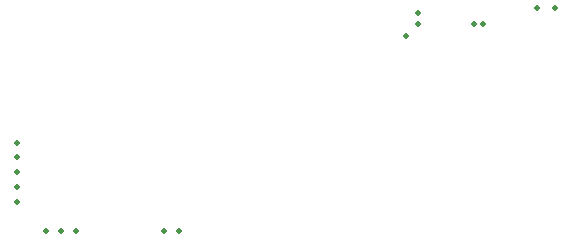
<source format=gbr>
%TF.GenerationSoftware,KiCad,Pcbnew,8.0.0~rc1-42d8c85f12~176~ubuntu22.04.1*%
%TF.CreationDate,2024-01-16T22:26:44+10:00*%
%TF.ProjectId,MXBreakout,4d584272-6561-46b6-9f75-742e6b696361,rev?*%
%TF.SameCoordinates,Original*%
%TF.FileFunction,Soldermask,Bot*%
%TF.FilePolarity,Negative*%
%FSLAX46Y46*%
G04 Gerber Fmt 4.6, Leading zero omitted, Abs format (unit mm)*
G04 Created by KiCad (PCBNEW 8.0.0~rc1-42d8c85f12~176~ubuntu22.04.1) date 2024-01-16 22:26:44*
%MOMM*%
%LPD*%
G01*
G04 APERTURE LIST*
%ADD10C,0.500000*%
G04 APERTURE END LIST*
D10*
%TO.C,REF\u002A\u002A*%
X95000000Y-102500000D03*
%TD*%
%TO.C,TP4*%
X124000000Y-84975000D03*
%TD*%
%TO.C,REF\u002A\u002A*%
X90000000Y-98750000D03*
%TD*%
%TO.C,TP3*%
X134100000Y-83600000D03*
%TD*%
%TO.C,TP11*%
X124000000Y-84000000D03*
%TD*%
%TO.C,TP3*%
X135600000Y-83600000D03*
%TD*%
%TO.C,REF\u002A\u002A*%
X90000000Y-97500000D03*
%TD*%
%TO.C,REF\u002A\u002A*%
X90000000Y-96250000D03*
%TD*%
%TO.C,REF\u002A\u002A*%
X92500000Y-102500000D03*
%TD*%
%TO.C,REF\u002A\u002A*%
X93750000Y-102500000D03*
%TD*%
%TO.C,REF\u002A\u002A*%
X103750000Y-102500000D03*
%TD*%
%TO.C,TP6*%
X128750000Y-84975000D03*
%TD*%
%TO.C,REF\u002A\u002A*%
X90000000Y-100000000D03*
%TD*%
%TO.C,TP7*%
X123000000Y-86000000D03*
%TD*%
%TO.C,TP5*%
X129500000Y-84975000D03*
%TD*%
%TO.C,REF\u002A\u002A*%
X102500000Y-102500000D03*
%TD*%
%TO.C,REF\u002A\u002A*%
X90000000Y-95000000D03*
%TD*%
M02*

</source>
